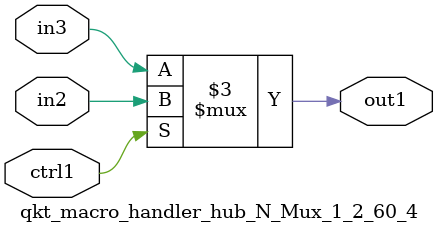
<source format=v>

`timescale 1ps / 1ps


module qkt_macro_handler_hub_N_Mux_1_2_60_4( in3, in2, ctrl1, out1 );

    input in3;
    input in2;
    input ctrl1;
    output out1;
    reg out1;

    
    // rtl_process:qkt_macro_handler_hub_N_Mux_1_2_60_4/qkt_macro_handler_hub_N_Mux_1_2_60_4_thread_1
    always @*
      begin : qkt_macro_handler_hub_N_Mux_1_2_60_4_thread_1
        case (ctrl1) 
          1'b1: 
            begin
              out1 = in2;
            end
          default: 
            begin
              out1 = in3;
            end
        endcase
      end

endmodule



</source>
